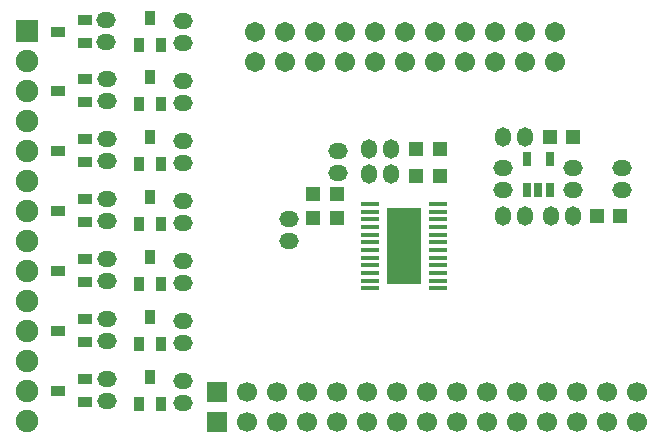
<source format=gbs>
G04*
G04 #@! TF.GenerationSoftware,Altium Limited,Altium Designer,22.7.1 (60)*
G04*
G04 Layer_Color=16711935*
%FSLAX25Y25*%
%MOIN*%
G70*
G04*
G04 #@! TF.SameCoordinates,3EC980D0-7658-4EA3-A3E4-A41FBE6F1EC8*
G04*
G04*
G04 #@! TF.FilePolarity,Negative*
G04*
G01*
G75*
%ADD11C,0.06706*%
%ADD12R,0.07487X0.07487*%
%ADD13C,0.07487*%
%ADD14C,0.06693*%
%ADD15R,0.06693X0.06693*%
%ADD36O,0.06509X0.05328*%
%ADD37R,0.04934X0.03359*%
%ADD38R,0.04737X0.04737*%
%ADD39R,0.04737X0.04737*%
%ADD40R,0.06457X0.01732*%
%ADD41R,0.11457X0.25748*%
%ADD42R,0.03359X0.04934*%
%ADD43R,0.03162X0.05131*%
%ADD44O,0.05328X0.06509*%
D11*
X82677Y125984D02*
D03*
X82677Y135984D02*
D03*
X92677Y125984D02*
D03*
Y135984D02*
D03*
X102677Y125984D02*
D03*
X102677Y135984D02*
D03*
X112677Y125984D02*
D03*
X112677Y135984D02*
D03*
X122677Y125984D02*
D03*
Y135984D02*
D03*
X132677Y125984D02*
D03*
X132677Y135984D02*
D03*
X142677Y125984D02*
D03*
X142677Y135984D02*
D03*
X152677Y125984D02*
D03*
X152677Y135984D02*
D03*
X162677Y125984D02*
D03*
X162677Y135984D02*
D03*
X172677Y125984D02*
D03*
X172677Y135984D02*
D03*
X182677Y125984D02*
D03*
Y135984D02*
D03*
D12*
X6780Y136232D02*
D03*
D13*
X6780Y126232D02*
D03*
X6780Y116232D02*
D03*
Y106232D02*
D03*
Y96232D02*
D03*
Y86232D02*
D03*
X6780Y76232D02*
D03*
X6780Y66232D02*
D03*
Y56232D02*
D03*
Y46232D02*
D03*
Y36232D02*
D03*
Y26232D02*
D03*
Y16232D02*
D03*
Y6232D02*
D03*
D14*
X210142Y5732D02*
D03*
X200142D02*
D03*
X160142D02*
D03*
X150142D02*
D03*
X140142D02*
D03*
X130142D02*
D03*
X120142D02*
D03*
X110142D02*
D03*
X100142D02*
D03*
X90142D02*
D03*
X80142D02*
D03*
X190142D02*
D03*
X180142D02*
D03*
X170142D02*
D03*
X210142Y15732D02*
D03*
X200142D02*
D03*
X190142D02*
D03*
X180142D02*
D03*
X170142D02*
D03*
X160142D02*
D03*
X150142D02*
D03*
X140142D02*
D03*
X130142D02*
D03*
X120142D02*
D03*
X110142D02*
D03*
X100142D02*
D03*
X90142D02*
D03*
X80142D02*
D03*
D15*
X70142Y5732D02*
D03*
Y15732D02*
D03*
D36*
X58780Y12091D02*
D03*
Y19374D02*
D03*
Y39374D02*
D03*
Y32091D02*
D03*
Y52091D02*
D03*
Y59374D02*
D03*
Y79374D02*
D03*
Y72091D02*
D03*
Y92091D02*
D03*
Y99374D02*
D03*
Y119374D02*
D03*
X58780Y112091D02*
D03*
X33279Y32794D02*
D03*
Y40078D02*
D03*
Y60078D02*
D03*
Y52794D02*
D03*
Y72795D02*
D03*
Y80078D02*
D03*
Y100078D02*
D03*
Y92795D02*
D03*
X58780Y132358D02*
D03*
X58780Y139641D02*
D03*
X33279Y12795D02*
D03*
Y20078D02*
D03*
X33280Y120078D02*
D03*
X33279Y112794D02*
D03*
X33000Y139740D02*
D03*
Y132457D02*
D03*
X110500Y88858D02*
D03*
Y96142D02*
D03*
X165500Y90650D02*
D03*
Y83367D02*
D03*
X188845Y90650D02*
D03*
Y83367D02*
D03*
X94000Y66358D02*
D03*
Y73642D02*
D03*
X205000Y90642D02*
D03*
X205000Y83358D02*
D03*
D37*
X16972Y36338D02*
D03*
X26028Y32598D02*
D03*
Y40078D02*
D03*
Y60078D02*
D03*
Y52598D02*
D03*
X16972Y56338D02*
D03*
X26028Y100078D02*
D03*
X26028Y92598D02*
D03*
X16972Y96338D02*
D03*
Y76338D02*
D03*
X26028Y72598D02*
D03*
X26028Y80078D02*
D03*
X16972Y116338D02*
D03*
X26028Y112598D02*
D03*
Y120078D02*
D03*
X16972Y16338D02*
D03*
X26028Y12598D02*
D03*
Y20078D02*
D03*
X26028Y139740D02*
D03*
Y132260D02*
D03*
X16972Y136000D02*
D03*
D38*
X102000Y73843D02*
D03*
Y81717D02*
D03*
X110268D02*
D03*
X110268Y73843D02*
D03*
D39*
X204500Y74500D02*
D03*
X196626Y74500D02*
D03*
X136563Y97000D02*
D03*
X144437D02*
D03*
X136563Y88000D02*
D03*
X144437Y88000D02*
D03*
X188882Y101000D02*
D03*
X181008Y101000D02*
D03*
D40*
X121083Y78575D02*
D03*
X121083Y76016D02*
D03*
X121083Y73457D02*
D03*
X121083Y70898D02*
D03*
X121083Y68339D02*
D03*
X121083Y65780D02*
D03*
X121083Y63221D02*
D03*
X121083Y60661D02*
D03*
X121083Y58102D02*
D03*
X121083Y55543D02*
D03*
X121083Y52984D02*
D03*
X121083Y50425D02*
D03*
X143917D02*
D03*
X143917Y52984D02*
D03*
X143917Y55543D02*
D03*
X143917Y58102D02*
D03*
X143917Y60661D02*
D03*
X143917Y63221D02*
D03*
X143917Y65780D02*
D03*
X143917Y70898D02*
D03*
Y73457D02*
D03*
Y76016D02*
D03*
X143917Y78575D02*
D03*
X143917Y68339D02*
D03*
D41*
X132500Y64500D02*
D03*
D42*
X47780Y60865D02*
D03*
X44039Y51810D02*
D03*
X51520D02*
D03*
Y31810D02*
D03*
X44039D02*
D03*
X47780Y40865D02*
D03*
Y20865D02*
D03*
X44039Y11810D02*
D03*
X51520D02*
D03*
Y131472D02*
D03*
X44039D02*
D03*
X47780Y140527D02*
D03*
X47780Y100865D02*
D03*
X44039Y91810D02*
D03*
X51520Y91810D02*
D03*
Y71810D02*
D03*
X44039Y71810D02*
D03*
X47780Y80865D02*
D03*
X51520Y111810D02*
D03*
X44039D02*
D03*
X47780Y120865D02*
D03*
D43*
X173528Y93505D02*
D03*
X173528Y83268D02*
D03*
X177268D02*
D03*
X181008Y83268D02*
D03*
Y93505D02*
D03*
D44*
X120858Y97000D02*
D03*
X128142Y97000D02*
D03*
X128142Y88500D02*
D03*
X120858D02*
D03*
X165500Y74500D02*
D03*
X172783Y74500D02*
D03*
X181562Y74500D02*
D03*
X188845Y74500D02*
D03*
X172642Y101000D02*
D03*
X165358Y101000D02*
D03*
M02*

</source>
